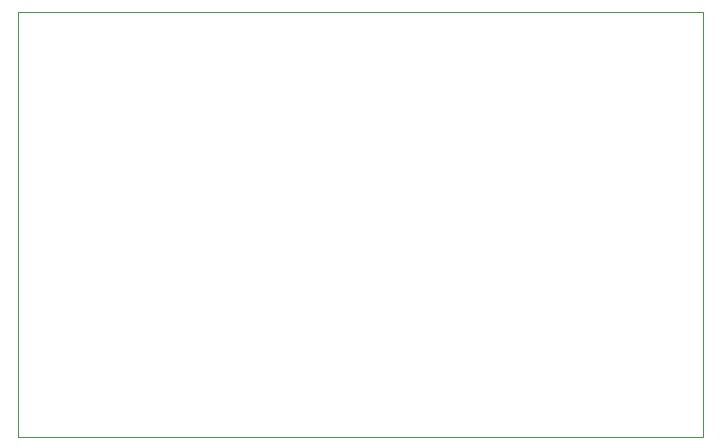
<source format=gbr>
%TF.GenerationSoftware,KiCad,Pcbnew,8.0.9*%
%TF.CreationDate,2025-05-15T21:30:13+02:00*%
%TF.ProjectId,timmer-555,74696d6d-6572-42d3-9535-352e6b696361,rev?*%
%TF.SameCoordinates,Original*%
%TF.FileFunction,Profile,NP*%
%FSLAX46Y46*%
G04 Gerber Fmt 4.6, Leading zero omitted, Abs format (unit mm)*
G04 Created by KiCad (PCBNEW 8.0.9) date 2025-05-15 21:30:13*
%MOMM*%
%LPD*%
G01*
G04 APERTURE LIST*
%TA.AperFunction,Profile*%
%ADD10C,0.100000*%
%TD*%
G04 APERTURE END LIST*
D10*
X50000000Y-24000000D02*
X108000000Y-24000000D01*
X108000000Y-60000000D01*
X50000000Y-60000000D01*
X50000000Y-24000000D01*
M02*

</source>
